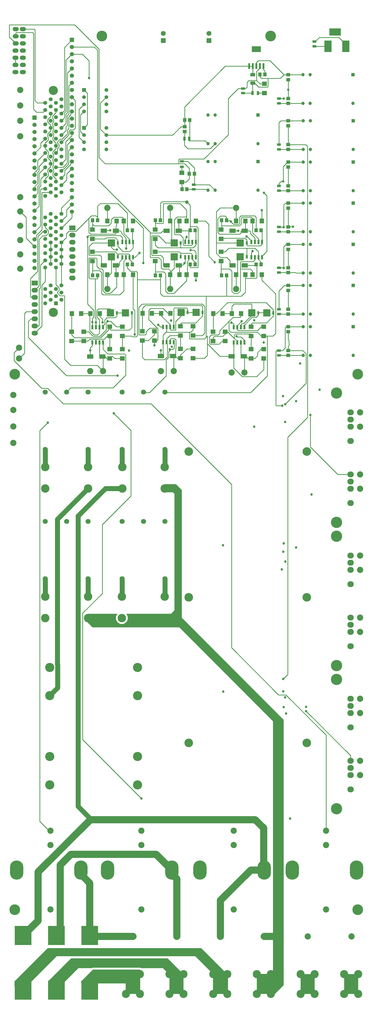
<source format=gtl>
G04*
G04 #@! TF.GenerationSoftware,Altium Limited,Altium Designer,24.4.1 (13)*
G04*
G04 Layer_Physical_Order=1*
G04 Layer_Color=255*
%FSLAX25Y25*%
%MOIN*%
G70*
G04*
G04 #@! TF.SameCoordinates,D6D0C77B-36A0-4D54-9E24-613302BCF265*
G04*
G04*
G04 #@! TF.FilePolarity,Positive*
G04*
G01*
G75*
%ADD10C,0.01000*%
%ADD16R,0.08858X0.06496*%
%ADD17R,0.06500X0.06000*%
%ADD18R,0.06000X0.06500*%
%ADD19R,0.04528X0.05709*%
%ADD20R,0.03000X0.05000*%
%ADD21R,0.10433X0.10000*%
%ADD22R,0.05709X0.04724*%
%ADD23R,0.23819X0.26772*%
%ADD24R,0.05787X0.03819*%
%ADD25R,0.05709X0.04528*%
%ADD26R,0.05512X0.03543*%
%ADD27R,0.02559X0.06004*%
%ADD28R,0.04724X0.05709*%
%ADD29R,0.03819X0.05787*%
%ADD30R,0.02559X0.07874*%
%ADD31R,0.12598X0.07874*%
%ADD32R,0.07087X0.04528*%
%ADD33R,0.03543X0.05512*%
%ADD78C,0.10000*%
%ADD79C,0.07000*%
%ADD80C,0.07087*%
%ADD81O,0.18898X0.26772*%
%ADD82C,0.08661*%
%ADD83C,0.12000*%
%ADD84O,0.09000X0.08300*%
%ADD85C,0.15748*%
%ADD86C,0.11811*%
%ADD87R,0.16000X0.10000*%
%ADD88R,0.10000X0.16000*%
%ADD89C,0.06791*%
%ADD90R,0.06791X0.06791*%
%ADD91R,0.04724X0.04724*%
%ADD92C,0.04724*%
%ADD93R,0.05248X0.05248*%
%ADD94C,0.05248*%
%ADD95C,0.11300*%
%ADD96C,0.08700*%
%ADD97C,0.14961*%
%ADD98O,0.08600X0.06000*%
%ADD99C,0.05906*%
%ADD100R,0.05906X0.05906*%
%ADD101C,0.12800*%
%ADD102O,0.09000X0.06500*%
%ADD103R,0.09000X0.06500*%
%ADD104C,0.12700*%
%ADD105C,0.05500*%
%ADD106R,0.05500X0.05500*%
%ADD107C,0.03400*%
%ADD108C,0.05000*%
G36*
X643500Y1114000D02*
Y935500D01*
X786000Y793000D01*
Y422000D01*
X773941Y409941D01*
X748489D01*
Y438000D01*
X771000D01*
Y791000D01*
X640000Y922000D01*
X518500D01*
X511500Y929000D01*
Y941000D01*
X552829D01*
X553058Y940446D01*
X552971Y940358D01*
X552051Y938982D01*
X551417Y937452D01*
X551094Y935828D01*
Y934172D01*
X551417Y932548D01*
X552051Y931019D01*
X552971Y929642D01*
X554142Y928471D01*
X555518Y927551D01*
X557048Y926917D01*
X558672Y926595D01*
X560328D01*
X561952Y926917D01*
X563482Y927551D01*
X564858Y928471D01*
X566029Y929642D01*
X566949Y931019D01*
X567583Y932548D01*
X567906Y934172D01*
Y935828D01*
X567583Y937452D01*
X566949Y938982D01*
X566029Y940358D01*
X565941Y940446D01*
X566171Y941000D01*
X628000D01*
X633000Y946000D01*
Y1108500D01*
X631000Y1110500D01*
X619000Y1110500D01*
Y1122000D01*
X635500D01*
X643500Y1114000D01*
D02*
G37*
G36*
X708000Y436511D02*
Y410000D01*
X687385D01*
X687326Y410024D01*
Y437500D01*
X662326Y462500D01*
X468000D01*
X426000Y420500D01*
X409000D01*
Y427500D01*
X455500Y474000D01*
X670511D01*
X708000Y436511D01*
D02*
G37*
G36*
X890500Y409941D02*
X870815D01*
Y437500D01*
X890500D01*
Y409941D01*
D02*
G37*
G36*
X829337D02*
X809652D01*
Y437500D01*
X829337D01*
Y409941D01*
D02*
G37*
G36*
X645848Y437500D02*
Y409941D01*
X626000D01*
Y437000D01*
X617000Y446000D01*
X586507D01*
X585976Y446355D01*
X585000Y446549D01*
X519000D01*
D01*
X519000D01*
X518806Y446510D01*
X518024Y446355D01*
X517750Y446172D01*
X517493Y446000D01*
X498500D01*
X474000Y421500D01*
X456000D01*
Y427500D01*
X488000Y459500D01*
X623848D01*
X645848Y437500D01*
D02*
G37*
G36*
X585000Y410256D02*
X584685Y409941D01*
X565000D01*
Y424500D01*
X502500D01*
X502500Y427500D01*
X519000Y444000D01*
X585000D01*
Y410256D01*
D02*
G37*
D10*
X625000Y1307100D02*
X627450Y1309550D01*
X589669Y1250000D02*
X598200D01*
X779500Y1392000D02*
X787000Y1399500D01*
X779500Y1366035D02*
Y1392000D01*
X792500Y1366193D02*
Y1392413D01*
X879748Y735657D02*
Y742752D01*
X817500Y805000D02*
X879748Y742752D01*
X713100Y893400D02*
Y1121600D01*
Y893400D02*
X778800Y827700D01*
X789275D01*
X511300Y1373700D02*
Y1467300D01*
Y1373700D02*
X520000Y1365000D01*
Y1355400D02*
Y1365000D01*
X408500Y1294500D02*
X447000Y1256000D01*
X455500D01*
X477400Y1234100D01*
X408500Y1294500D02*
Y1305500D01*
X477400Y1234100D02*
X600600D01*
X513400Y1689300D02*
Y1713100D01*
X504000Y1722500D02*
X513400Y1713100D01*
X489500Y1722500D02*
X504000D01*
X861843Y1135657D02*
X879748D01*
X823500Y1174000D02*
Y1218500D01*
Y1174000D02*
X861843Y1135657D01*
X647232Y1595068D02*
X651800Y1590500D01*
X683000D02*
X690000Y1597500D01*
X651800Y1590500D02*
X683000D01*
X527500Y1578000D02*
Y1729500D01*
X536100Y1569400D02*
X639200D01*
X527500Y1578000D02*
X536100Y1569400D01*
X525500Y1547500D02*
Y1728000D01*
X579500Y1489500D02*
X589600Y1479400D01*
X525500Y1547500D02*
X599200Y1473800D01*
Y1473000D02*
Y1473800D01*
X589600Y1431000D02*
Y1479400D01*
X575000Y1489500D02*
X579500D01*
X599200Y1439400D02*
Y1473000D01*
X567016Y1476500D02*
Y1500684D01*
X529087Y1513900D02*
X553800D01*
X567016Y1500684D01*
X758500Y1529000D02*
X762500Y1525000D01*
Y1447289D02*
Y1525000D01*
X698603Y1446500D02*
X704000D01*
X709200Y1451700D02*
X734429D01*
X704000Y1446500D02*
X709200Y1451700D01*
X734429Y1439500D02*
Y1451700D01*
X745700D01*
X742500Y1446851D02*
Y1447500D01*
X740756Y1438823D02*
Y1445107D01*
X742500Y1446851D01*
X745700Y1451700D02*
X750756Y1446644D01*
X613587Y1388189D02*
Y1407587D01*
X581250D02*
X613587D01*
Y1413421D01*
X663000Y1406500D02*
Y1414500D01*
X553929Y1454071D02*
Y1459000D01*
Y1454071D02*
X561000Y1447000D01*
X570500D01*
X553929Y1459000D02*
Y1462671D01*
X575256Y1451756D02*
Y1461900D01*
X570500Y1447000D02*
X575256Y1451756D01*
X577823Y1438823D02*
X584000Y1445000D01*
X575256Y1438823D02*
X577823D01*
X550414Y1471252D02*
X551000Y1471838D01*
Y1476000D01*
X515548Y1471252D02*
X550414D01*
X534571Y1476500D02*
X543000D01*
X534071Y1476000D02*
X534571Y1476500D01*
X528000Y1332880D02*
Y1351400D01*
X524000Y1355400D02*
X528000Y1351400D01*
X525622Y1330502D02*
X528000Y1332880D01*
X532300Y1347975D02*
Y1352400D01*
X528500Y1356200D02*
X532300Y1352400D01*
X537500Y1347803D02*
X539197Y1349500D01*
X528927Y1328502D02*
X537500Y1337075D01*
X535500Y1351300D02*
X538900Y1354700D01*
X539197Y1349500D02*
X543800D01*
X533000Y1343077D02*
X535500Y1345577D01*
X537500Y1337075D02*
Y1347803D01*
X535500Y1345577D02*
Y1351300D01*
X543800Y1349500D02*
X551300Y1342000D01*
X518000Y1341354D02*
Y1353400D01*
X519697Y1355097D02*
Y1355097D01*
X514500Y1359193D02*
X515500Y1360193D01*
X518000Y1353400D02*
X519697Y1355097D01*
Y1355097D02*
X520000Y1355400D01*
X514500Y1336600D02*
Y1359193D01*
Y1336600D02*
X520598Y1330502D01*
X533000Y1341354D02*
Y1343077D01*
X522998Y1341356D02*
Y1347931D01*
X522000Y1354572D02*
X522997Y1353575D01*
X522965Y1347965D02*
X522997Y1347997D01*
X522965Y1347965D02*
X522998Y1347931D01*
Y1341356D02*
X523000Y1341354D01*
X522997Y1347997D02*
Y1353575D01*
X522000Y1354572D02*
Y1409000D01*
X788000Y1233500D02*
X817400Y1262900D01*
Y1304093D01*
X775686Y1231500D02*
X784000D01*
X481700Y1273500D02*
X553500D01*
X428400Y1326800D02*
X481700Y1273500D01*
X791700Y856300D02*
Y1187400D01*
X785300Y849900D02*
X791700Y856300D01*
Y1187400D02*
X819600Y1215300D01*
X739970Y1462679D02*
X739977D01*
X734649Y1468000D02*
X739970Y1462679D01*
X740756Y1460177D02*
Y1461900D01*
X739977Y1462679D02*
X740756Y1461900D01*
X734000Y1468000D02*
X734649D01*
X734429Y1459000D02*
Y1463045D01*
X731975Y1465500D02*
X734429Y1463045D01*
X699503Y1465500D02*
X731975D01*
X518000Y1315500D02*
Y1320000D01*
X515000Y1312500D02*
X518000Y1315500D01*
X515000Y1309000D02*
Y1312500D01*
X512000Y1322000D02*
X514502Y1324502D01*
X511390Y1326502D02*
X529802D01*
X511388Y1326500D02*
X511390Y1326502D01*
X492975Y1326500D02*
X511388D01*
X514502Y1324502D02*
X523000D01*
X534632D01*
X523000Y1320000D02*
Y1324500D01*
X523002Y1324502D01*
X520598Y1330502D02*
X525622D01*
X519198Y1328502D02*
X528927D01*
X512700Y1335000D02*
X519198Y1328502D01*
X534632Y1324502D02*
X539130Y1329000D01*
X529802Y1326502D02*
X540700Y1337400D01*
X489000Y1330475D02*
X492975Y1326500D01*
X489000Y1330475D02*
Y1335000D01*
Y1359693D01*
X614000Y1300799D02*
Y1309000D01*
Y1300799D02*
X614035Y1300763D01*
X763000Y1329000D02*
X771200D01*
X739900Y1250000D02*
X763000Y1273100D01*
Y1329000D01*
X758000D02*
X763000D01*
X697600Y1438500D02*
X706500D01*
X710642Y1430248D02*
Y1434358D01*
X706500Y1438500D02*
X710642Y1434358D01*
X713390Y1427500D02*
X714571D01*
X710642Y1430248D02*
X713390Y1427500D01*
X764100Y1677400D02*
Y1688900D01*
X754973D02*
X764100D01*
X781400D01*
X731500Y1427500D02*
X746016D01*
X747516Y1429000D01*
X748300Y1410800D02*
Y1428216D01*
X747516Y1429000D02*
X748300Y1428216D01*
X732476Y1409700D02*
X747200D01*
X732476Y1390276D02*
Y1409700D01*
Y1414500D01*
X617000Y1300763D02*
Y1320323D01*
X614035Y1300763D02*
X617000D01*
X622000Y1320323D02*
Y1324800D01*
Y1320323D02*
X622780Y1319543D01*
Y1317455D02*
Y1319543D01*
X619070Y1296000D02*
X623000Y1299930D01*
X622780Y1317455D02*
X623000Y1317235D01*
Y1299930D02*
Y1317235D01*
X621500Y1295601D02*
X625000Y1299101D01*
Y1307100D01*
X627450Y1309550D02*
Y1309741D01*
X626305Y1310200D02*
X626800D01*
X632780Y1312254D02*
Y1319543D01*
X630725Y1310200D02*
X632780Y1312254D01*
X632000Y1320323D02*
X632780Y1319543D01*
X633600Y1325200D02*
X635200Y1323600D01*
X627450Y1309741D02*
X627909Y1310200D01*
X626800D02*
X627450Y1309550D01*
X635200Y1311846D02*
Y1323600D01*
X634894Y1311540D02*
X635200Y1311846D01*
X632000Y1300763D02*
X632146D01*
X627909Y1310200D02*
X630725D01*
X632146Y1300763D02*
X634894Y1303511D01*
Y1311540D01*
X621500Y1273300D02*
Y1295601D01*
X598200Y1250000D02*
X621500Y1273300D01*
X591200Y1296000D02*
X619070D01*
X514700Y1409000D02*
X522000D01*
X525587D01*
X581250Y1407587D02*
Y1417550D01*
Y1329600D02*
Y1407587D01*
X677499Y1365809D02*
X677618Y1365690D01*
X677499Y1365809D02*
Y1384650D01*
Y1327299D02*
Y1357671D01*
X675499Y1364981D02*
X675618Y1364861D01*
X675499Y1358500D02*
X675618Y1358619D01*
X675499Y1364981D02*
Y1370101D01*
Y1332999D02*
Y1358500D01*
X677499Y1327299D02*
X679100Y1328900D01*
X675618Y1358619D02*
Y1364861D01*
X675200Y1325000D02*
X677499Y1327299D01*
X672000Y1373600D02*
X675499Y1370101D01*
X677499Y1357671D02*
X677618Y1357790D01*
Y1365690D01*
X677499Y1384650D02*
X706087D01*
X672000Y1329500D02*
X675499Y1332999D01*
X617126Y1384650D02*
X677499D01*
X706087D02*
Y1413421D01*
Y1384650D02*
X726850D01*
X732476Y1390276D01*
X679100Y1318100D02*
Y1328900D01*
X696700Y1300500D02*
X713035D01*
X654200Y1334300D02*
X655700D01*
X617000Y1330100D02*
X621200Y1334300D01*
X758000Y1281900D02*
Y1297500D01*
X622000Y1335100D02*
Y1341677D01*
X621200Y1334300D02*
X622000Y1335100D01*
X574300Y1327800D02*
X579450D01*
X573100Y1329000D02*
X574300Y1327800D01*
X679100Y1318100D02*
X696700Y1300500D01*
X655700Y1334300D02*
X659000Y1337600D01*
Y1342500D01*
X579450Y1327800D02*
X581250Y1329600D01*
X659000Y1298000D02*
X675200D01*
X747200Y1409700D02*
X748300Y1410800D01*
X716000Y1284100D02*
Y1300500D01*
X617000Y1320323D02*
Y1330100D01*
X728000Y1272100D02*
X748200D01*
X758000Y1281900D01*
X654200Y1325000D02*
X675200D01*
Y1298000D02*
X679100Y1301900D01*
X621200Y1334300D02*
X654200D01*
X579500Y1419300D02*
X581250Y1417550D01*
X716000Y1284100D02*
X728000Y1272100D01*
X567016Y1424000D02*
X571716Y1419300D01*
X560000Y1329000D02*
X573100D01*
X679100Y1301900D02*
Y1318100D01*
X654200Y1325000D02*
Y1334300D01*
X571716Y1419300D02*
X579500D01*
X567016Y1424000D02*
Y1429000D01*
X613587Y1388189D02*
X617126Y1384650D01*
X713035Y1300500D02*
X716000D01*
Y1319823D01*
X698603Y1413818D02*
Y1422700D01*
Y1426803D01*
Y1427200D01*
X710400Y1422700D02*
X713600Y1419500D01*
X698603Y1422700D02*
X710400D01*
X698603Y1413818D02*
X699000Y1413421D01*
X698603Y1427200D02*
Y1433500D01*
X742500Y1473000D02*
X750756Y1464744D01*
X742500Y1473000D02*
Y1489500D01*
X750756Y1460177D02*
Y1464744D01*
X599200Y1473000D02*
X614200D01*
X650000Y1495200D02*
Y1504900D01*
X636800Y1495200D02*
X650000D01*
X650000Y1495200D01*
Y1489500D02*
Y1495200D01*
X639000Y1488524D02*
X639976Y1489500D01*
X639000Y1476000D02*
Y1488524D01*
X629000Y1462673D02*
Y1487226D01*
X626976Y1489250D02*
X629000Y1487226D01*
Y1462673D02*
X632673Y1459000D01*
X633071Y1471086D02*
Y1491471D01*
X633657Y1470500D02*
X640752D01*
X645000Y1466252D01*
X633071Y1471086D02*
X633657Y1470500D01*
X653256Y1460177D02*
Y1474740D01*
X655016Y1476500D01*
X662103D02*
X663256Y1475346D01*
Y1456000D02*
Y1475346D01*
X655016Y1476500D02*
Y1482000D01*
X664100D01*
X655016D02*
Y1511484D01*
X664100Y1482000D02*
X666100Y1480000D01*
Y1425186D02*
Y1480000D01*
X650000Y1516500D02*
X655016Y1511484D01*
X615900Y1516500D02*
X650000D01*
X613587Y1514187D02*
X615900Y1516500D01*
X640000Y1452300D02*
X640500D01*
X641929Y1452300D02*
Y1459000D01*
X641929Y1452300D02*
X641929Y1452300D01*
X640500Y1452300D02*
X641929D01*
X659556D01*
X663256Y1456000D01*
X682232Y1540268D02*
X690000Y1532500D01*
X511564Y1300310D02*
X511609Y1300681D01*
X511699Y1301422D01*
X514100Y1302450D02*
X514628Y1302676D01*
X551000Y1414500D02*
Y1427500D01*
X639976Y1424752D02*
X641149Y1425925D01*
X638771Y1426598D02*
X641425Y1425925D01*
X565378Y1458740D02*
X566036Y1459398D01*
X635215Y1427500D02*
X638771Y1426598D01*
X639000Y1476000D02*
X655016D01*
X706087Y1489900D02*
X710676D01*
X661043Y1540268D02*
Y1555500D01*
X653768Y1601400D02*
X676100D01*
X710676Y1489900D02*
X715826Y1484750D01*
X742520Y1668095D02*
Y1682189D01*
X643500Y1557000D02*
Y1565260D01*
X691700Y1459000D02*
X725173D01*
X691700Y1444400D02*
Y1459000D01*
Y1502700D01*
Y1444400D02*
X697600Y1438500D01*
X698503Y1464500D02*
X699503Y1465500D01*
X699000Y1482750D02*
X724250D01*
X726400Y1484900D02*
Y1493300D01*
X724250Y1482750D02*
X726400Y1484900D01*
X731500Y1476000D02*
X732476Y1476976D01*
Y1489500D01*
X755756Y1457036D02*
Y1475346D01*
X754603Y1476500D02*
X755756Y1475346D01*
X699000Y1477997D02*
Y1482750D01*
Y1490499D01*
X698503Y1477500D02*
X699000Y1477997D01*
X731500Y1476000D02*
X738500D01*
X739500Y1472256D02*
Y1475000D01*
X738500Y1476000D02*
X739500Y1475000D01*
Y1472256D02*
X745756Y1466000D01*
X565378Y1451122D02*
Y1458740D01*
X565256Y1460177D02*
X566036Y1459398D01*
X525587Y1409000D02*
Y1413421D01*
X551976Y1397200D02*
Y1414500D01*
X543426Y1388650D02*
X551976Y1397200D01*
X536450Y1388650D02*
X543426D01*
X533126Y1391974D02*
X536450Y1388650D01*
X533126Y1391974D02*
Y1420874D01*
X531300Y1422700D02*
X533126Y1420874D01*
X528000Y1422700D02*
X531300D01*
X524400Y1426300D02*
X528000Y1422700D01*
X524400Y1426300D02*
Y1436800D01*
X523200Y1438000D02*
X524400Y1436800D01*
X513353Y1438000D02*
X523200D01*
X513353Y1410347D02*
Y1438000D01*
Y1410347D02*
X514700Y1409000D01*
X551000Y1414500D02*
X551976D01*
X551000Y1427500D02*
X556056D01*
Y1432200D01*
X560256Y1436400D01*
Y1438823D01*
X518500Y1420200D02*
X518500Y1420200D01*
X518500Y1420200D02*
Y1433103D01*
X518500Y1420200D02*
X528526D01*
X518500Y1413421D02*
Y1420200D01*
X518103Y1433500D02*
X518500Y1433103D01*
X489000Y1359693D02*
X489500Y1360193D01*
X444500Y651000D02*
Y1196600D01*
X455700Y1207800D01*
X665514Y1424600D02*
X666100Y1425186D01*
X655016Y1424600D02*
Y1429000D01*
Y1424600D02*
X665514D01*
X661043Y1540268D02*
X682232D01*
X747516Y1476500D02*
Y1494984D01*
X745600Y1496900D02*
X747516Y1494984D01*
X613587Y1490499D02*
Y1514187D01*
X706087Y1490499D02*
Y1494513D01*
X704000Y1496600D02*
X706087Y1494513D01*
X697600Y1496600D02*
X704000D01*
X693700Y1492700D02*
X697600Y1496600D01*
X693700Y1473500D02*
Y1492700D01*
Y1473500D02*
X696000Y1471200D01*
X724847D01*
X726073Y1472427D01*
Y1475673D01*
X726400Y1476000D01*
X731500D01*
X706087Y1489900D02*
Y1490499D01*
X715826Y1484750D02*
X723126D01*
X723976Y1485600D01*
Y1494476D01*
X726400Y1496900D01*
X745600D01*
X661043Y1555500D02*
Y1563400D01*
X651703Y1572740D02*
X661043Y1563400D01*
X643500Y1572740D02*
X651703D01*
X745756Y1460177D02*
Y1466000D01*
X660000Y1540268D02*
X661043D01*
X655016Y1476000D02*
Y1476500D01*
X511665Y1299794D02*
X512825Y1299956D01*
X511504Y1300263D02*
X511564Y1300310D01*
X515035Y1300263D02*
Y1302455D01*
X647000Y1430500D02*
X648256Y1431756D01*
X644343Y1427843D02*
X647000Y1430500D01*
X639976Y1420976D02*
Y1424752D01*
Y1415976D02*
Y1420976D01*
X640000Y1421000D01*
X639976Y1420976D02*
X639976Y1420976D01*
X511699Y1301422D02*
X514100Y1302450D01*
X515035Y1302710D02*
Y1303199D01*
X515000Y1303613D02*
Y1309000D01*
X762106Y1361496D02*
X762362Y1361240D01*
X750874Y1361496D02*
X762106D01*
X750618Y1361240D02*
X750874Y1361496D01*
X648256Y1431756D02*
Y1438823D01*
X639000Y1427500D02*
X639343Y1427843D01*
X644343D01*
X635215Y1427500D02*
X639000D01*
X650000Y1414500D02*
X651000Y1415500D01*
Y1432944D01*
X653256Y1435200D01*
X785500Y1545000D02*
Y1565591D01*
X791910Y1572000D01*
X782300Y1544800D02*
X785300D01*
X779500Y1542000D02*
X782300Y1544800D01*
X785300D02*
X785500Y1545000D01*
X779500Y1538535D02*
Y1542000D01*
X791910Y1572000D02*
X792500D01*
X627239Y1324239D02*
X628200Y1325200D01*
X633600D01*
X627000Y1320323D02*
X627239Y1320562D01*
Y1324239D01*
X716000Y1341177D02*
Y1345800D01*
X714859Y1346941D02*
X716000Y1345800D01*
X712800Y1347400D02*
X713259Y1346941D01*
X714859D01*
X687000Y1335000D02*
X687500Y1335500D01*
Y1360193D01*
X572000Y1105500D02*
Y1197000D01*
X548000Y1221000D02*
X572000Y1197000D01*
X786000Y1512000D02*
X788232Y1514231D01*
X792232D01*
X786000Y1481000D02*
Y1512000D01*
X792232Y1514231D02*
X792500Y1514500D01*
Y1424193D02*
Y1449913D01*
X779535Y1481000D02*
X786000D01*
X779500Y1481035D02*
X779535Y1481000D01*
X792500Y1481193D02*
Y1507413D01*
Y1673000D02*
Y1686913D01*
Y1660693D02*
Y1673000D01*
X755756Y1440545D02*
X762500Y1447289D01*
X755756Y1438823D02*
Y1440545D01*
X734429Y1456000D02*
Y1459000D01*
X606500Y1418500D02*
X606600Y1418600D01*
X606500Y1413421D02*
Y1418500D01*
X606600Y1418600D02*
X618100D01*
X606500Y1418500D02*
Y1433103D01*
X606103Y1433500D02*
X606500Y1433103D01*
X639976Y1414500D02*
Y1420976D01*
X626976Y1418003D02*
X632673Y1423700D01*
Y1439500D01*
X641149Y1425925D02*
X641425D01*
X640029Y1446500D02*
X641929Y1444600D01*
X606103Y1446500D02*
X640029D01*
X641929Y1444600D02*
X641929Y1444600D01*
Y1444600D02*
X655900D01*
X641929Y1439500D02*
Y1444600D01*
X657765Y1439314D02*
Y1442735D01*
X655900Y1444600D02*
X657765Y1442735D01*
Y1439314D02*
X658256Y1438823D01*
X660500Y1449000D02*
X663256Y1446244D01*
X655956Y1449000D02*
X660500D01*
X663256Y1438823D02*
Y1446244D01*
X501500Y1637626D02*
X506374Y1642500D01*
X499500Y1606374D02*
X506374Y1599500D01*
X499500Y1645626D02*
X506374Y1652500D01*
X501500Y1614374D02*
Y1637626D01*
Y1614374D02*
X506374Y1609500D01*
X499500Y1606374D02*
Y1645626D01*
X506374Y1672500D02*
X511000Y1667874D01*
Y1624126D02*
Y1667874D01*
X506374Y1619500D02*
X511000Y1624126D01*
X529500Y1654374D02*
X537626Y1662500D01*
X493346Y1763654D02*
X527500Y1729500D01*
X529500Y1617626D02*
X537626Y1609500D01*
X521000Y1732500D02*
X525500Y1728000D01*
X529500Y1617626D02*
Y1654374D01*
X639200Y1569400D02*
X639600D01*
X617400Y1486686D02*
Y1513400D01*
X606500Y1477997D02*
Y1486100D01*
X616814Y1486100D02*
X617400Y1486686D01*
X606500Y1486100D02*
X606500Y1486100D01*
X606500Y1486100D02*
Y1490499D01*
X606500Y1486100D02*
X616814D01*
X606003Y1477500D02*
X606500Y1477997D01*
X588000Y1335500D02*
Y1360193D01*
X588500Y1360693D01*
X610500Y1344500D02*
X613323Y1341677D01*
X617000D01*
X727571Y1346293D02*
X729693D01*
X741362Y1357962D02*
Y1361240D01*
X731000Y1341177D02*
Y1344293D01*
X741447Y1354740D01*
X747358D01*
X729693Y1346293D02*
X741362Y1357962D01*
X721000Y1341177D02*
Y1343300D01*
X727200Y1349500D01*
X721000Y1337600D02*
Y1341177D01*
X605000Y1316000D02*
Y1322500D01*
X792500Y1481193D02*
X792807Y1481500D01*
X799000D01*
X789275Y827700D02*
X845480Y771494D01*
Y638000D02*
Y771494D01*
X779500Y1660535D02*
X779535Y1660500D01*
X786000D01*
Y1424000D02*
Y1453400D01*
X779500Y1424035D02*
X785965D01*
X786000Y1453400D02*
X789600Y1457000D01*
X785965Y1424035D02*
X786000Y1424000D01*
X681000Y1440500D02*
X689500Y1432000D01*
X681000Y1440500D02*
Y1484800D01*
X775100Y1232086D02*
X775686Y1231500D01*
X775100Y1232086D02*
Y1307635D01*
X415500Y1297239D02*
X423000Y1304739D01*
Y1360400D01*
X425600Y1363000D01*
X425500Y1465500D02*
X437000Y1454000D01*
X417000Y1503000D02*
X425500Y1494500D01*
Y1465500D02*
Y1494500D01*
X408500Y1305500D02*
X415500Y1312500D01*
X617400Y1513400D02*
X617900Y1513900D01*
X641000D01*
X401701Y1746599D02*
X410700Y1737600D01*
X639600Y1569400D02*
X647557D01*
X402286Y1763654D02*
X493346D01*
X401701Y1763068D02*
X402286Y1763654D01*
X401701Y1746599D02*
Y1763068D01*
X420650Y1757450D02*
X436900D01*
X437951Y1756399D01*
X408051Y1747500D02*
X410700D01*
X407093Y1748459D02*
X408051Y1747500D01*
X410751Y1752300D02*
X411401Y1752950D01*
X407093Y1748459D02*
X410110D01*
X437951Y1657549D02*
X441000Y1654500D01*
X439951Y1641600D02*
X449300D01*
X410751Y1749100D02*
Y1752300D01*
X437951Y1657549D02*
Y1756399D01*
X434601Y1752950D02*
X435951Y1751600D01*
X410110Y1748459D02*
X410751Y1749100D01*
X449300Y1641600D02*
X452200Y1644500D01*
X411401Y1752950D02*
X434601D01*
X435951Y1645600D02*
Y1751600D01*
Y1645600D02*
X439951Y1641600D01*
X640000Y1576100D02*
X674600D01*
X647557Y1569400D02*
X647957Y1569000D01*
X647457Y1630500D02*
Y1648957D01*
X737760Y1705700D02*
Y1705784D01*
X630500Y1609500D02*
X642346Y1621346D01*
X737760Y1705700D02*
X742760D01*
X647457Y1625943D02*
Y1630500D01*
X704284Y1705784D02*
X737760D01*
X742760Y1694000D02*
Y1705700D01*
X647457Y1648957D02*
X704284Y1705784D01*
X537626Y1609500D02*
X630500D01*
X647457Y1625943D02*
X647500Y1621346D01*
X742760Y1705700D02*
Y1705784D01*
X642346Y1621346D02*
X647500D01*
X489500Y1732500D02*
X521000D01*
X441000Y1654500D02*
X452200D01*
X532100Y969306D02*
Y1065600D01*
X504594Y765206D02*
X586800Y683000D01*
X504594Y765206D02*
Y941800D01*
X532100Y969306D01*
X472611Y428111D02*
X496500Y452000D01*
X467750Y413811D02*
X472611Y418672D01*
X496500Y452000D02*
X611663D01*
X472611Y418672D02*
Y428111D01*
X611663Y452000D02*
X626163Y437500D01*
X563723Y434277D02*
X565000Y433000D01*
X561494Y434277D02*
X563723D01*
X560217Y433000D02*
X561494Y434277D01*
X533689Y433000D02*
X560217D01*
X565000Y409941D02*
Y433000D01*
X514500Y413811D02*
X533689Y433000D01*
X461000Y469000D02*
X664500D01*
X421000Y413811D02*
Y429000D01*
X461000Y469000D01*
X664500D02*
X687326Y446174D01*
Y437500D02*
Y446174D01*
Y409941D02*
Y437500D01*
X748200Y1685700D02*
X752805Y1681095D01*
X747900Y1686000D02*
X748200Y1685700D01*
X647957Y1569000D02*
X648000D01*
X639200Y1569800D02*
X639600Y1569400D01*
X533000Y1300263D02*
X535800D01*
X531965D02*
X533000D01*
X528000D02*
Y1320000D01*
X545850Y1300950D02*
X549300Y1297500D01*
X533000Y1280000D02*
Y1300263D01*
X632000Y1280000D02*
Y1300763D01*
X634800D01*
X730965Y1300500D02*
X733600D01*
X729965D02*
X730965D01*
X726000D02*
Y1319823D01*
X730965Y1278000D02*
Y1300500D01*
X525587Y1494413D02*
Y1510400D01*
Y1490499D02*
Y1494413D01*
X495200Y1475200D02*
X513200Y1493200D01*
X530900Y1427500D02*
Y1440000D01*
X617600Y1427500D02*
Y1438100D01*
X626976Y1418003D02*
Y1420800D01*
X721500Y1414500D02*
Y1439500D01*
X574103Y1461900D02*
X575256D01*
X660068Y1533800D02*
X680000D01*
X659000Y1533732D02*
Y1534000D01*
X552618Y1361200D02*
X555460D01*
X552618Y1356800D02*
Y1361200D01*
X540700Y1337400D02*
Y1342000D01*
X651618Y1361700D02*
X654460D01*
X750618Y1358000D02*
Y1361200D01*
X542500Y1310500D02*
Y1329000D01*
X626700Y1329500D02*
X641400D01*
X718400Y1331900D02*
X740400D01*
X716900Y1325500D02*
X721000Y1321400D01*
X707400Y1335000D02*
X716900Y1325500D01*
X487700Y1568600D02*
Y1572500D01*
X755500Y1489500D02*
Y1504600D01*
X597000Y1352000D02*
X609000Y1340000D01*
X696400Y1336200D02*
X709600Y1349400D01*
X518500Y1484197D02*
Y1484800D01*
X725500Y1422700D02*
Y1432100D01*
Y1392000D02*
Y1422700D01*
X653957Y1548357D02*
Y1555500D01*
X649600Y1544000D02*
X653957Y1548357D01*
X643500Y1544000D02*
X649600D01*
X459700Y1615511D02*
Y1619500D01*
X455450Y1611261D02*
X459700Y1615511D01*
X455450Y1607261D02*
Y1611261D01*
Y1607261D02*
X456450Y1606261D01*
Y1602739D02*
Y1606261D01*
X452200Y1598489D02*
X456450Y1602739D01*
X452200Y1594500D02*
Y1598489D01*
X819600Y1215300D02*
Y1593800D01*
X817207Y1596193D02*
X819600Y1593800D01*
X792500Y1596193D02*
X817207D01*
X720100Y1328700D02*
X721200Y1327600D01*
X726400D01*
X731000Y1319823D02*
Y1323000D01*
X650000Y1466344D02*
Y1467300D01*
X648256Y1464600D02*
X650000Y1466344D01*
X648256Y1460177D02*
Y1464600D01*
X789600Y1457000D02*
X792500D01*
X452200Y1405000D02*
Y1424500D01*
X447500Y1400300D02*
X452200Y1405000D01*
X447500Y1343000D02*
Y1400300D01*
X437500Y1333000D02*
X447500Y1343000D01*
X425600Y1363000D02*
X437500D01*
X754200Y1310500D02*
X758000D01*
X749300Y1305600D02*
X754200Y1310500D01*
X749300Y1301200D02*
Y1305600D01*
X745600Y1297500D02*
X749300Y1301200D01*
X740400Y1297500D02*
X745600D01*
X525587Y1510400D02*
X529087Y1513900D01*
X474700Y1599500D02*
X485000Y1609800D01*
Y1614400D01*
X487600Y1617000D01*
X491800D01*
X494000Y1619200D01*
Y1658000D01*
X489500Y1662500D02*
X494000Y1658000D01*
X625076Y1422700D02*
X626976Y1420800D01*
X616000Y1422700D02*
X625076D01*
X614400Y1424300D02*
Y1435100D01*
X600000Y1438600D02*
X610900D01*
X599200Y1439400D02*
X600000Y1438600D01*
X691700Y1502700D02*
X697000Y1508000D01*
X719476D01*
X714571Y1476000D02*
X722500D01*
X532100Y1065600D02*
X572000Y1105500D01*
X550629Y1446500D02*
X553929Y1442400D01*
X518103Y1446500D02*
X550629D01*
X734429Y1456000D02*
X735549Y1454880D01*
X753600D01*
X755756Y1457036D01*
X750756Y1438823D02*
Y1446644D01*
X627000Y1341677D02*
Y1344800D01*
X614500Y1357300D02*
X627000Y1344800D01*
X614500Y1357300D02*
Y1360693D01*
X658256Y1456800D02*
Y1460177D01*
X657056Y1455600D02*
X658256Y1456800D01*
X646200Y1455600D02*
X657056D01*
X645000Y1456800D02*
X646200Y1455600D01*
X645000Y1456800D02*
Y1466252D01*
X633071Y1491471D02*
X636800Y1495200D01*
X641000Y1513900D02*
X650000Y1504900D01*
X588000Y1299200D02*
X591200Y1296000D01*
X588000Y1299200D02*
Y1322500D01*
X467200Y1564500D02*
X477200D01*
X482900Y1570200D01*
Y1595900D01*
X489500Y1602500D01*
X445800Y1548100D02*
X452200Y1554500D01*
X445800Y1538647D02*
Y1548100D01*
X443453Y1536300D02*
X445800Y1538647D01*
X443453Y1510453D02*
Y1536300D01*
X437000Y1504000D02*
X443453Y1510453D01*
Y1555753D02*
X452200Y1564500D01*
X443453Y1539547D02*
Y1555753D01*
X441453Y1537547D02*
X443453Y1539547D01*
X441453Y1528453D02*
Y1537547D01*
X437000Y1524000D02*
X441453Y1528453D01*
X551300Y1342000D02*
X560000D01*
X605000Y1322500D02*
X608800D01*
X609800Y1323500D02*
Y1339200D01*
X597000Y1352000D02*
Y1364800D01*
X599800Y1367600D01*
X617093D01*
X624000Y1360693D01*
X627500D01*
X619669Y1250000D02*
X739900D01*
X653256Y1435200D02*
Y1438823D01*
X745756Y1435256D02*
Y1438823D01*
X743500Y1433000D02*
X745756Y1435256D01*
X725500Y1422700D02*
X739200D01*
X742500Y1419400D01*
Y1414500D02*
Y1419400D01*
X713600Y1391300D02*
Y1419500D01*
Y1391300D02*
X716800Y1388100D01*
X721600D01*
X725500Y1392000D01*
Y1432100D02*
X726400Y1433000D01*
X743500D01*
X518003Y1483700D02*
X518500Y1484197D01*
X518003Y1477500D02*
Y1483700D01*
X506000Y1335000D02*
X512700D01*
X452200Y1480511D02*
Y1484500D01*
Y1480511D02*
X456450Y1476261D01*
Y1472261D02*
Y1476261D01*
X452939Y1468750D02*
X456450Y1472261D01*
X448550Y1468750D02*
X452939D01*
X443500Y1463700D02*
X448550Y1468750D01*
X443500Y1399000D02*
Y1463700D01*
X437500Y1393000D02*
X443500Y1399000D01*
X672618Y1356800D02*
Y1361740D01*
X663018Y1347200D02*
X672618Y1356800D01*
X643000Y1347200D02*
X663018D01*
X641400Y1345600D02*
X643000Y1347200D01*
X641400Y1342500D02*
Y1345600D01*
X609700Y1452300D02*
X640000D01*
X606003Y1455997D02*
X609700Y1452300D01*
X606003Y1455997D02*
Y1464500D01*
X663000Y1489500D02*
X676300D01*
X681000Y1484800D01*
X781400Y1688900D02*
X786500Y1694000D01*
X792500D01*
X600600Y1234100D02*
X713100Y1121600D01*
X575000Y1367000D02*
Y1414500D01*
Y1367000D02*
X577300Y1364700D01*
Y1331000D02*
Y1364700D01*
X726400Y1327600D02*
X731000Y1323000D01*
X467200Y1400511D02*
Y1424500D01*
Y1400511D02*
X471450Y1396261D01*
Y1392739D02*
Y1396261D01*
X469000Y1390289D02*
X471450Y1392739D01*
X469000Y1389189D02*
Y1390289D01*
Y1389189D02*
X472939Y1385250D01*
X479000D01*
X479200Y1385050D01*
Y1296400D02*
Y1385050D01*
Y1296400D02*
X487750Y1287850D01*
X525150D01*
X533000Y1280000D01*
X428400Y1326800D02*
Y1349400D01*
X432000Y1353000D01*
X437500D01*
X444500Y651000D02*
X457500Y638000D01*
X533000Y1310600D02*
Y1320000D01*
Y1310600D02*
X539600Y1304000D01*
X563200D01*
X564800Y1302400D01*
Y1274100D02*
Y1302400D01*
X547100Y1256400D02*
X564800Y1274100D01*
X487900Y1256400D02*
X547100D01*
X482000Y1250500D02*
X487900Y1256400D01*
X432500Y1383000D02*
X437500D01*
X431500Y1384000D02*
X432500Y1383000D01*
X431500Y1384000D02*
Y1409200D01*
X441500Y1419200D01*
Y1464834D01*
X441940Y1465274D01*
Y1467890D01*
X448550Y1474500D01*
X452200D01*
X437000Y1474000D02*
X445453Y1482453D01*
Y1532953D01*
X447000Y1534500D01*
X452200D01*
X448000Y1529500D02*
X459700D01*
X447453Y1528953D02*
X448000Y1529500D01*
X447453Y1477053D02*
Y1528953D01*
X439900Y1469500D02*
X447453Y1477053D01*
X439900Y1466900D02*
Y1469500D01*
X437000Y1464000D02*
X439900Y1466900D01*
X540700Y1342000D02*
X542400D01*
X539130Y1329000D02*
X542400D01*
X621000Y1459000D02*
X632673D01*
X611000Y1469000D02*
X621000Y1459000D01*
X601200Y1469000D02*
X611000D01*
X601200Y1442400D02*
Y1469000D01*
Y1442400D02*
X602101Y1441499D01*
X614201D01*
X617600Y1438100D01*
Y1427500D02*
X622071D01*
X653957Y1555500D02*
Y1563043D01*
X812800Y1308693D02*
X817400Y1304093D01*
X792500Y1308693D02*
X812800D01*
X647232Y1595068D02*
Y1604500D01*
X722600Y1674630D02*
X729260D01*
X708500Y1660530D02*
X722600Y1674630D01*
X708500Y1610000D02*
Y1660530D01*
X674600Y1576100D02*
X708500Y1610000D01*
X639200Y1575300D02*
X640000Y1576100D01*
X639200Y1569800D02*
Y1575300D01*
X648000Y1569000D02*
X653957Y1563043D01*
X437500Y1343000D02*
X442500D01*
X443500Y1344000D01*
Y1394125D01*
X445500Y1396125D01*
Y1427800D01*
X452200Y1434500D01*
X771618Y1361240D02*
Y1365500D01*
X761418Y1375700D02*
X771618Y1365500D01*
X707307Y1375700D02*
X761418D01*
X691800Y1360193D02*
X707307Y1375700D01*
X687500Y1360193D02*
X691800D01*
X775100Y1307635D02*
X776000Y1308535D01*
X779500D01*
X766940Y1713560D02*
X786500Y1694000D01*
X750400Y1713560D02*
X766940D01*
X747760Y1710920D02*
X750400Y1713560D01*
X747760Y1705784D02*
Y1710920D01*
X659000Y1329500D02*
X672000D01*
X587900Y1373600D02*
X672000D01*
X583250Y1368950D02*
X587900Y1373600D01*
X583250Y1330500D02*
Y1368950D01*
Y1330500D02*
X592000D01*
X593400Y1331900D01*
Y1335000D01*
X598400Y1340000D01*
X609000D01*
X609800Y1339200D01*
X608800Y1322500D02*
X609800Y1323500D01*
X605000Y1331000D02*
Y1335500D01*
X596500Y1322500D02*
X605000Y1331000D01*
X588000Y1322500D02*
X596500D01*
X588500Y1360693D02*
Y1368000D01*
X592000Y1371500D01*
X670918D01*
X672618Y1369800D01*
Y1361740D02*
Y1369800D01*
X700000Y1322000D02*
X704000D01*
X695500Y1317500D02*
X700000Y1322000D01*
X683100Y1317500D02*
X695500D01*
X682200Y1318400D02*
X683100Y1317500D01*
X682200Y1318400D02*
Y1328000D01*
X684700Y1330500D01*
X694400D01*
X696400Y1332500D01*
Y1336200D01*
X726500Y1356500D02*
Y1360193D01*
X754600Y1329000D02*
X758000D01*
X749300Y1334300D02*
X754600Y1329000D01*
X712000Y1334300D02*
X749300D01*
X709600Y1336700D02*
X712000Y1334300D01*
X709600Y1336700D02*
Y1349400D01*
X715000Y1354800D01*
X724800D01*
X726500Y1356500D01*
X754700Y1342000D02*
X758000D01*
X749300Y1336600D02*
X754700Y1342000D01*
X722000Y1336600D02*
X749300D01*
X721000Y1337600D02*
X722000Y1336600D01*
X704000Y1331700D02*
Y1335000D01*
X700800Y1328500D02*
X704000Y1331700D01*
X689100Y1328500D02*
X700800D01*
X687000Y1326400D02*
X689100Y1328500D01*
X687000Y1322000D02*
Y1326400D01*
X474700Y1639500D02*
X479000Y1643800D01*
Y1732000D01*
X489500Y1742500D01*
X474700Y1629500D02*
X479047Y1633847D01*
Y1640953D01*
X481047Y1642953D01*
Y1714047D01*
X489500Y1722500D01*
X474700Y1619500D02*
X481047Y1625847D01*
Y1638953D01*
X483047Y1640953D01*
Y1696047D01*
X489500Y1702500D01*
X474700Y1609500D02*
X481000Y1615800D01*
Y1621000D01*
X483047Y1623047D01*
Y1636953D01*
X485047Y1638953D01*
Y1678047D01*
X489500Y1682500D01*
Y1608915D02*
Y1612500D01*
X480900Y1600315D02*
X489500Y1608915D01*
X480900Y1575700D02*
Y1600315D01*
X474700Y1569500D02*
X480900Y1575700D01*
X467200Y1594500D02*
Y1598489D01*
X462950Y1602739D02*
X467200Y1598489D01*
X462950Y1602739D02*
Y1606261D01*
X463950Y1607261D01*
Y1611261D01*
X462950Y1612261D02*
X463950Y1611261D01*
X462950Y1612261D02*
Y1616261D01*
X463950Y1617261D01*
Y1621261D01*
X462300Y1622911D02*
X463950Y1621261D01*
X462300Y1622911D02*
Y1626089D01*
X463950Y1627739D01*
Y1631261D01*
X462300Y1632911D02*
X463950Y1631261D01*
X462300Y1632911D02*
Y1636089D01*
X467200Y1640989D01*
Y1644500D01*
Y1544500D02*
Y1548489D01*
X462950Y1552739D02*
X467200Y1548489D01*
X462950Y1552739D02*
Y1556739D01*
X463950Y1557739D01*
Y1561739D01*
X462950Y1562739D02*
X463950Y1561739D01*
X462950Y1562739D02*
Y1566739D01*
X463950Y1567739D01*
Y1571739D01*
X462950Y1572739D02*
X463950Y1571739D01*
X462950Y1572739D02*
Y1576739D01*
X463950Y1577739D01*
Y1581739D01*
X462950Y1582739D02*
X463950Y1581739D01*
X462950Y1582739D02*
Y1586261D01*
X467200Y1590511D01*
Y1594500D01*
X487800Y1640800D02*
X489500Y1642500D01*
X487800Y1637953D02*
Y1640800D01*
X485047Y1635200D02*
X487800Y1637953D01*
X485047Y1619000D02*
Y1635200D01*
X483000Y1616953D02*
X485047Y1619000D01*
X483000Y1611100D02*
Y1616953D01*
X475650Y1603750D02*
X483000Y1611100D01*
X472939Y1603750D02*
X475650D01*
X469200Y1600011D02*
X472939Y1603750D01*
X469200Y1598511D02*
Y1600011D01*
Y1598511D02*
X471450Y1596261D01*
Y1592739D02*
Y1596261D01*
X469200Y1590489D02*
X471450Y1592739D01*
X469200Y1586500D02*
Y1590489D01*
X467200Y1584500D02*
X469200Y1586500D01*
X726000Y1341177D02*
Y1344722D01*
X727571Y1346293D01*
X747358Y1354740D02*
X750618Y1358000D01*
X614400Y1424300D02*
X616000Y1422700D01*
X610900Y1438600D02*
X614400Y1435100D01*
X614200Y1473000D02*
X617200Y1476000D01*
X622071D01*
X755500Y1407000D02*
Y1414500D01*
Y1407000D02*
X774700Y1387800D01*
Y1332500D02*
Y1387800D01*
X771200Y1329000D02*
X774700Y1332500D01*
X573618Y1340800D02*
Y1361240D01*
X570118Y1337300D02*
X573618Y1340800D01*
X543800Y1337300D02*
X570118D01*
X542400Y1338700D02*
X543800Y1337300D01*
X542400Y1338700D02*
Y1342000D01*
X528500Y1356200D02*
Y1360193D01*
X524000Y1355400D02*
Y1364200D01*
X526800Y1367000D01*
X543362D01*
Y1361240D02*
Y1367000D01*
X538900Y1354700D02*
X550518D01*
X552618Y1356800D01*
X618100Y1418600D02*
X620800Y1415900D01*
Y1391500D02*
Y1415900D01*
Y1391500D02*
X624000Y1388300D01*
X632200D01*
X650000Y1406100D01*
Y1414500D01*
X742500Y1489500D02*
Y1493200D01*
X740800Y1494900D02*
X742500Y1493200D01*
X728000Y1494900D02*
X740800D01*
X726400Y1493300D02*
X728000Y1494900D01*
X771618Y1356718D02*
Y1361240D01*
X762100Y1347200D02*
X771618Y1356718D01*
X742000Y1347200D02*
X762100D01*
X740400Y1345600D02*
X742000Y1347200D01*
X740400Y1342000D02*
Y1345600D01*
X627000Y1338100D02*
Y1341677D01*
Y1338100D02*
X628000Y1337100D01*
X634800D01*
Y1349238D01*
X642362Y1356800D01*
Y1361740D01*
X632000Y1341677D02*
Y1367500D01*
X632800Y1368300D01*
X649718D01*
X651618Y1366400D01*
Y1361740D02*
Y1366400D01*
X547873Y1449600D02*
X552400D01*
X544673Y1452800D02*
X547873Y1449600D01*
X544673Y1452800D02*
Y1459000D01*
X528526Y1420200D02*
X531126Y1417600D01*
Y1388325D02*
Y1417600D01*
Y1388325D02*
X532801Y1386650D01*
X556650D01*
X562000Y1392000D01*
Y1414500D01*
X518400Y1459000D02*
X544673D01*
X513353Y1453953D02*
X518400Y1459000D01*
X513353Y1442000D02*
Y1453953D01*
Y1442000D02*
X528900D01*
X530900Y1440000D01*
Y1427500D02*
X534071D01*
X518003Y1464500D02*
X536300D01*
X538000Y1466200D01*
X550400D01*
X553929Y1462671D01*
X511353Y1467405D02*
X513200Y1469252D01*
X557505D01*
X560256Y1466500D01*
Y1460177D02*
Y1466500D01*
X538976Y1414500D02*
X542400D01*
X544673Y1416773D01*
Y1439500D01*
X474700Y1459500D02*
X481800Y1466600D01*
Y1472000D01*
X485000Y1475200D01*
X495200D01*
X523200Y1496800D02*
X525587Y1494413D01*
X516800Y1496800D02*
X523200D01*
X513200Y1493200D02*
X516800Y1496800D01*
X513200Y1473600D02*
Y1493200D01*
Y1473600D02*
X515548Y1471252D01*
X719476Y1414500D02*
X721500D01*
Y1439500D02*
X725173D01*
X626976Y1414500D02*
Y1418003D01*
X562000Y1414500D02*
Y1433244D01*
X565256Y1436500D01*
Y1438823D01*
X553929Y1439500D02*
Y1442400D01*
X554958Y1443429D01*
X569227D01*
X570256Y1442400D01*
Y1438823D02*
Y1442400D01*
X721000Y1319823D02*
Y1321400D01*
X704000Y1335000D02*
X707400D01*
X542400Y1329000D02*
X542500D01*
X570256Y1460177D02*
Y1463844D01*
X562000Y1472100D02*
X570256Y1463844D01*
X562000Y1472100D02*
Y1489500D01*
X565256Y1460177D02*
Y1465800D01*
X559000Y1472056D02*
X565256Y1465800D01*
X559000Y1472056D02*
Y1473800D01*
X556800Y1476000D02*
X559000Y1473800D01*
X551000Y1476000D02*
X556800D01*
X752673Y1691200D02*
Y1694095D01*
Y1691200D02*
X754973Y1688900D01*
X763200Y1676500D02*
X764100Y1677400D01*
X751189Y1676500D02*
X763200D01*
X745500Y1682189D02*
X751189Y1676500D01*
X742760Y1682189D02*
X745500D01*
X549300Y1297500D02*
X560000D01*
X542400D02*
X545850Y1300950D01*
X528000Y1300263D02*
X531965D01*
X740400Y1329000D02*
Y1331900D01*
X716900Y1330400D02*
X718400Y1331900D01*
X716900Y1325500D02*
Y1330400D01*
X641400Y1298000D02*
Y1302100D01*
X650300Y1311000D01*
X659000D01*
X443453Y1565753D02*
X452200Y1574500D01*
X443453Y1559547D02*
Y1565753D01*
X441453Y1557547D02*
X443453Y1559547D01*
X441453Y1541753D02*
Y1557547D01*
X437000Y1537300D02*
X441453Y1541753D01*
X437000Y1534000D02*
Y1537300D01*
X789300Y1342000D02*
X792500D01*
X788100Y1340800D02*
X789300Y1342000D01*
X788100Y1312042D02*
Y1340800D01*
X784594Y1308535D02*
X788100Y1312042D01*
X779500Y1308535D02*
X784594D01*
X758673Y583000D02*
Y585835D01*
X758122Y586386D02*
X758673Y585835D01*
X437000Y1584000D02*
X445800Y1592800D01*
Y1598100D01*
X452200Y1604500D01*
X474700Y1559500D02*
X477515Y1562315D01*
X478262D01*
X484900Y1568953D01*
Y1587900D01*
X489500Y1592500D01*
X487700Y1572500D02*
X489500D01*
X479400Y1560300D02*
X487700Y1568600D01*
X479400Y1554200D02*
Y1560300D01*
X474700Y1549500D02*
X479400Y1554200D01*
X474700Y1539500D02*
X482100Y1546900D01*
Y1555100D01*
X489500Y1562500D01*
X474700Y1499500D02*
Y1507700D01*
X489500Y1522500D01*
Y1494300D02*
Y1502500D01*
X474700Y1479500D02*
X489500Y1494300D01*
X474700Y1489500D02*
X482100Y1496900D01*
Y1505100D01*
X489500Y1512500D01*
X750618Y1361200D02*
Y1361240D01*
X651618Y1361700D02*
Y1361740D01*
X654460Y1361700D02*
X654500Y1361740D01*
X663362D01*
X437000Y1554000D02*
Y1557147D01*
X441453Y1561600D01*
Y1573753D01*
X452200Y1584500D01*
X622000Y1324800D02*
X626700Y1329500D01*
X779500Y1596035D02*
Y1626800D01*
X782200Y1629500D01*
X792500D01*
X787000Y1399500D02*
X792500D01*
X452200Y1544500D02*
Y1548489D01*
X456450Y1552739D01*
Y1556739D01*
X455450Y1557739D02*
X456450Y1556739D01*
X455450Y1557739D02*
Y1561261D01*
X459700Y1565511D01*
Y1569500D01*
Y1573489D01*
X455450Y1577739D02*
X459700Y1573489D01*
X455450Y1577739D02*
Y1581261D01*
X456450Y1582261D01*
Y1586261D01*
X452200Y1590511D02*
X456450Y1586261D01*
X452200Y1590511D02*
Y1594500D01*
X653768Y1601400D02*
Y1604500D01*
X676100Y1601400D02*
X680000Y1597500D01*
X729260Y1674630D02*
X732800D01*
X734700Y1676530D01*
Y1683200D01*
X737500Y1686000D01*
X747900D01*
X752805Y1681095D02*
X759260D01*
X752760Y1703160D02*
Y1705784D01*
X748200Y1698600D02*
X752760Y1703160D01*
X748200Y1685700D02*
Y1698600D01*
X726000Y1300500D02*
X729965D01*
X506000Y1322000D02*
X512000D01*
X574103Y1461900D02*
Y1476500D01*
X659000Y1533732D02*
X660000D01*
X650346Y1534000D02*
X659000D01*
X680000Y1532500D02*
Y1533800D01*
X660000Y1533732D02*
X660068Y1533800D01*
X741362Y1361240D02*
Y1372800D01*
X740662Y1373500D02*
X741362Y1372800D01*
X716800Y1373500D02*
X740662D01*
X713500Y1370200D02*
X716800Y1373500D01*
X713500Y1360193D02*
Y1370200D01*
X654543Y1605276D02*
Y1630500D01*
X653768Y1604500D02*
X654543Y1605276D01*
X562000Y1489500D02*
Y1492900D01*
X560000Y1494900D02*
X562000Y1492900D01*
X548000Y1494900D02*
X560000D01*
X544300Y1491200D02*
X548000Y1494900D01*
X544300Y1486400D02*
Y1491200D01*
X540800Y1482900D02*
X544300Y1486400D01*
X520400Y1482900D02*
X540800D01*
X518500Y1484800D02*
X520400Y1482900D01*
X518500Y1484800D02*
Y1490499D01*
X742520Y1682189D02*
X742760D01*
X459700Y1635511D02*
Y1639500D01*
X455450Y1631261D02*
X459700Y1635511D01*
X455450Y1627739D02*
Y1631261D01*
Y1627739D02*
X459700Y1623489D01*
Y1619500D02*
Y1623489D01*
X474700Y1399500D02*
Y1429500D01*
X792500Y1596193D02*
Y1622413D01*
Y1538693D02*
Y1564913D01*
Y1323700D02*
Y1334913D01*
Y1323700D02*
X793600Y1322600D01*
Y1315400D02*
Y1322600D01*
X792500Y1314300D02*
X793600Y1315400D01*
X792500Y1308693D02*
Y1314300D01*
X538976Y1394500D02*
Y1414500D01*
X719476Y1402924D02*
Y1414500D01*
Y1402924D02*
X719500Y1402900D01*
Y1394524D02*
Y1402900D01*
X719476Y1394500D02*
X719500Y1394524D01*
X626976Y1402924D02*
Y1414500D01*
Y1402924D02*
X627000Y1402900D01*
Y1394524D02*
Y1402900D01*
X626976Y1394500D02*
X627000Y1394524D01*
X740400Y1310500D02*
X740400D01*
X740400D02*
Y1329000D01*
X740400D01*
X641400Y1311000D02*
X641400D01*
X641400D02*
Y1329500D01*
X641400D01*
X552618Y1361200D02*
Y1361240D01*
X555460Y1361200D02*
X555500Y1361240D01*
X564362D01*
X410500Y1707500D02*
Y1717500D01*
X459700Y1449500D02*
Y1459500D01*
X474700Y1449500D02*
Y1459500D01*
X459700Y1439500D02*
Y1449500D01*
X474700Y1439500D02*
Y1449500D01*
X459700Y1429500D02*
Y1439500D01*
X474700Y1429500D02*
Y1439500D01*
X643500Y1539054D02*
Y1544000D01*
Y1539054D02*
X643654Y1538900D01*
Y1534000D02*
Y1538900D01*
X792500Y1342000D02*
X813500D01*
X792500Y1399500D02*
X813500D01*
X792500Y1457000D02*
X813500D01*
X792500Y1514500D02*
X813500D01*
X792500Y1572000D02*
X813500D01*
X792500Y1629500D02*
X813500D01*
X538563Y1297500D02*
X542400D01*
X535800Y1300263D02*
X538563Y1297500D01*
X637563Y1298000D02*
X641400D01*
X634800Y1300763D02*
X637563Y1298000D01*
X736600Y1297500D02*
X740400D01*
X733600Y1300500D02*
X736600Y1297500D01*
X792500Y1694000D02*
X813000D01*
X729260Y1668095D02*
X742520D01*
X551976Y1483176D02*
Y1489500D01*
X551000Y1482200D02*
X551976Y1483176D01*
X551000Y1476000D02*
Y1482200D01*
X560000Y1310500D02*
Y1329000D01*
X538976Y1489500D02*
Y1508000D01*
X626976Y1489500D02*
Y1508000D01*
X719476Y1489500D02*
Y1508000D01*
X570256Y1435746D02*
Y1438823D01*
Y1435746D02*
X574103Y1431900D01*
Y1429000D02*
Y1431900D01*
X658256Y1435746D02*
Y1438823D01*
Y1435746D02*
X662103Y1431900D01*
Y1429000D02*
Y1431900D01*
X750756Y1435746D02*
Y1438823D01*
Y1435746D02*
X754603Y1431900D01*
Y1429000D02*
Y1431900D01*
X792500Y1654000D02*
X813000D01*
X779500D02*
X792500D01*
X647500Y1609668D02*
Y1614654D01*
X647232Y1609400D02*
X647500Y1609668D01*
X647232Y1604500D02*
Y1609400D01*
X792500Y1302000D02*
X813500D01*
X779500D02*
X792500D01*
Y1359500D02*
X813500D01*
X779500D02*
X792500D01*
X803200Y1417000D02*
X813500D01*
X802700Y1417500D02*
X803200Y1417000D01*
X792500Y1417500D02*
X802700D01*
X779500D02*
X792500D01*
Y1474500D02*
X813500D01*
X779500D02*
X792500D01*
Y1532000D02*
X813500D01*
X779500D02*
X792500D01*
Y1589500D02*
X813500D01*
X779500D02*
X792500D01*
X757760Y1700900D02*
Y1705784D01*
Y1700900D02*
X759760Y1698900D01*
Y1694095D02*
Y1698900D01*
X502500Y1360193D02*
X515500D01*
X601500Y1360693D02*
X614500D01*
X700500Y1360193D02*
X713500D01*
X489000Y1322000D02*
X506000D01*
X750000Y1668095D02*
X759260D01*
X778689Y490189D02*
X779000Y490500D01*
X831445Y1741445D02*
X836000Y1746000D01*
X829000Y1740035D02*
X830409Y1741445D01*
X836000Y1746000D02*
X863500D01*
X830409Y1741445D02*
X831445D01*
X863500Y1746000D02*
X868500Y1741000D01*
X873000Y1736500D01*
Y1733500D02*
Y1736500D01*
X829000Y1733500D02*
X848000D01*
D16*
X534071Y1427500D02*
D03*
X551000D02*
D03*
X534071Y1476000D02*
D03*
X551000D02*
D03*
X622071Y1427500D02*
D03*
X639000D02*
D03*
X515035Y1300263D02*
D03*
X531965D02*
D03*
X622071Y1476000D02*
D03*
X639000D02*
D03*
X614035Y1300763D02*
D03*
X630965D02*
D03*
X714571Y1427500D02*
D03*
X731500D02*
D03*
X713035Y1300500D02*
D03*
X729965D02*
D03*
X714571Y1476000D02*
D03*
X731500D02*
D03*
D17*
X518003Y1464500D02*
D03*
Y1477500D02*
D03*
X518103Y1433500D02*
D03*
Y1446500D02*
D03*
X606003Y1464500D02*
D03*
Y1477500D02*
D03*
X489000Y1335000D02*
D03*
Y1322000D02*
D03*
X542400Y1297500D02*
D03*
Y1310500D02*
D03*
X606103Y1433500D02*
D03*
Y1446500D02*
D03*
X542400Y1342000D02*
D03*
Y1329000D02*
D03*
X560000Y1342000D02*
D03*
Y1329000D02*
D03*
Y1297500D02*
D03*
Y1310500D02*
D03*
X506000Y1322000D02*
D03*
Y1335000D02*
D03*
X588000Y1322500D02*
D03*
Y1335500D02*
D03*
X641400Y1311000D02*
D03*
Y1298000D02*
D03*
X698503Y1464500D02*
D03*
Y1477500D02*
D03*
X641400Y1329500D02*
D03*
Y1342500D02*
D03*
X659000D02*
D03*
Y1329500D02*
D03*
Y1298000D02*
D03*
Y1311000D02*
D03*
X605000Y1322500D02*
D03*
Y1335500D02*
D03*
X687000Y1335000D02*
D03*
Y1322000D02*
D03*
X740400Y1297500D02*
D03*
Y1310500D02*
D03*
X698603Y1433500D02*
D03*
Y1446500D02*
D03*
X740400Y1342000D02*
D03*
Y1329000D02*
D03*
X758000D02*
D03*
Y1342000D02*
D03*
Y1310500D02*
D03*
Y1297500D02*
D03*
X704000Y1335000D02*
D03*
Y1322000D02*
D03*
X643500Y1557000D02*
D03*
Y1544000D02*
D03*
X759260Y1681095D02*
D03*
Y1668095D02*
D03*
D18*
X575000Y1489500D02*
D03*
X562000D02*
D03*
X538976D02*
D03*
X551976D02*
D03*
X562000Y1414500D02*
D03*
X575000D02*
D03*
X551976D02*
D03*
X538976D02*
D03*
X663000Y1489500D02*
D03*
X650000D02*
D03*
X626976D02*
D03*
X639976D02*
D03*
X489500Y1360193D02*
D03*
X502500D02*
D03*
X515500D02*
D03*
X528500D02*
D03*
X650000Y1414500D02*
D03*
X663000D02*
D03*
X639976D02*
D03*
X626976D02*
D03*
X601500Y1360693D02*
D03*
X588500D02*
D03*
X627500D02*
D03*
X614500D02*
D03*
X755500Y1489500D02*
D03*
X742500D02*
D03*
X719476D02*
D03*
X732476D02*
D03*
X687500Y1360193D02*
D03*
X700500D02*
D03*
X713500D02*
D03*
X726500D02*
D03*
X742500Y1414500D02*
D03*
X755500D02*
D03*
X732476D02*
D03*
X719476D02*
D03*
D19*
X699000Y1413421D02*
D03*
X706087D02*
D03*
X699000Y1490499D02*
D03*
X706087D02*
D03*
X606500D02*
D03*
X613587D02*
D03*
X747516Y1476500D02*
D03*
X754603D02*
D03*
X574103D02*
D03*
X567016D02*
D03*
X518500Y1413421D02*
D03*
X525587D02*
D03*
X655016Y1476500D02*
D03*
X662103D02*
D03*
X606500Y1413421D02*
D03*
X613587D02*
D03*
X518500Y1490499D02*
D03*
X525587D02*
D03*
X747516Y1429000D02*
D03*
X754603D02*
D03*
X574103D02*
D03*
X567016D02*
D03*
X655016D02*
D03*
X662103D02*
D03*
X653957Y1555500D02*
D03*
X661043D02*
D03*
X647457Y1630500D02*
D03*
X654543D02*
D03*
X759760Y1694095D02*
D03*
X752673D02*
D03*
D20*
X734429Y1459000D02*
D03*
X641929D02*
D03*
Y1439500D02*
D03*
X734429D02*
D03*
X750618Y1361240D02*
D03*
X771618D02*
D03*
X553929Y1459000D02*
D03*
X552618Y1361240D02*
D03*
X651618Y1361740D02*
D03*
X573618Y1361240D02*
D03*
X672618Y1361740D02*
D03*
X553929Y1439500D02*
D03*
D21*
X725173Y1459000D02*
D03*
X632673D02*
D03*
Y1439500D02*
D03*
X725173D02*
D03*
X741362Y1361240D02*
D03*
X762362D02*
D03*
X544673Y1459000D02*
D03*
X543362Y1361240D02*
D03*
X642362Y1361740D02*
D03*
X564362Y1361240D02*
D03*
X663362Y1361740D02*
D03*
X544673Y1439500D02*
D03*
D22*
X792500Y1481193D02*
D03*
Y1474500D02*
D03*
Y1538693D02*
D03*
Y1532000D02*
D03*
Y1366193D02*
D03*
Y1359500D02*
D03*
Y1424193D02*
D03*
Y1417500D02*
D03*
Y1308693D02*
D03*
Y1302000D02*
D03*
Y1589500D02*
D03*
Y1596193D02*
D03*
Y1660693D02*
D03*
Y1654000D02*
D03*
X647500Y1621346D02*
D03*
Y1614654D02*
D03*
D23*
X467750Y491689D02*
D03*
Y415311D02*
D03*
X421000Y491689D02*
D03*
Y415311D02*
D03*
X514500Y491689D02*
D03*
Y415311D02*
D03*
D24*
X779500Y1302000D02*
D03*
Y1308535D02*
D03*
Y1589500D02*
D03*
Y1596035D02*
D03*
Y1532000D02*
D03*
Y1538535D02*
D03*
X829000Y1740035D02*
D03*
Y1733500D02*
D03*
X779500Y1359500D02*
D03*
Y1366035D02*
D03*
X660000Y1533732D02*
D03*
Y1540268D02*
D03*
X779500Y1417500D02*
D03*
Y1424035D02*
D03*
Y1474500D02*
D03*
Y1481035D02*
D03*
Y1654000D02*
D03*
Y1660535D02*
D03*
X729260Y1668095D02*
D03*
Y1674630D02*
D03*
D25*
X792500Y1399500D02*
D03*
Y1392413D02*
D03*
Y1572000D02*
D03*
Y1564913D02*
D03*
Y1457000D02*
D03*
Y1449913D02*
D03*
Y1342000D02*
D03*
Y1334913D02*
D03*
Y1694000D02*
D03*
Y1686913D02*
D03*
Y1507413D02*
D03*
Y1514500D02*
D03*
Y1622413D02*
D03*
Y1629500D02*
D03*
D26*
X643500Y1565260D02*
D03*
Y1572740D02*
D03*
D27*
X663256Y1460177D02*
D03*
X658256D02*
D03*
X653256D02*
D03*
X648256D02*
D03*
Y1438823D02*
D03*
X653256D02*
D03*
X658256D02*
D03*
X663256D02*
D03*
X755756D02*
D03*
X750756D02*
D03*
X745756D02*
D03*
X740756D02*
D03*
Y1460177D02*
D03*
X745756D02*
D03*
X750756D02*
D03*
X755756D02*
D03*
X575256D02*
D03*
X570256D02*
D03*
X565256D02*
D03*
X560256D02*
D03*
Y1438823D02*
D03*
X565256D02*
D03*
X570256D02*
D03*
X575256D02*
D03*
X533000Y1320000D02*
D03*
X528000D02*
D03*
X523000D02*
D03*
X518000D02*
D03*
Y1341354D02*
D03*
X523000D02*
D03*
X528000D02*
D03*
X533000D02*
D03*
X632000Y1341677D02*
D03*
X627000D02*
D03*
X622000D02*
D03*
X617000D02*
D03*
Y1320323D02*
D03*
X622000D02*
D03*
X627000D02*
D03*
X632000D02*
D03*
X731000Y1341177D02*
D03*
X726000D02*
D03*
X721000D02*
D03*
X716000D02*
D03*
Y1319823D02*
D03*
X721000D02*
D03*
X726000D02*
D03*
X731000D02*
D03*
D28*
X650346Y1534000D02*
D03*
X643654D02*
D03*
D29*
X653768Y1604500D02*
D03*
X647232D02*
D03*
D30*
X737760Y1705784D02*
D03*
X742760D02*
D03*
X747760D02*
D03*
X752760D02*
D03*
X757760D02*
D03*
D31*
X747760Y1729406D02*
D03*
D32*
X742760Y1682189D02*
D03*
Y1694000D02*
D03*
D33*
X742520Y1668095D02*
D03*
X750000D02*
D03*
D78*
X515331Y653331D02*
X691208D01*
X746284D01*
X697510Y540510D02*
X740000Y583000D01*
X697510Y490189D02*
Y540510D01*
X740000Y583000D02*
X758673D01*
Y490189D02*
X778689D01*
X629346Y577581D02*
Y583000D01*
X636347Y490189D02*
Y570580D01*
X629346Y577581D02*
X636347Y570580D01*
X514500Y490189D02*
X575184D01*
X473000Y590000D02*
X488000Y605000D01*
X607346D02*
X629346Y583000D01*
X488000Y605000D02*
X607346D01*
X473000Y495439D02*
Y590000D01*
X442169Y580169D02*
X515331Y653331D01*
X442169Y512169D02*
Y580169D01*
X421000Y491665D02*
X427909Y498575D01*
X428575D01*
X421000Y490189D02*
Y491665D01*
X428575Y498575D02*
X442169Y512169D01*
X758000Y587610D02*
X758122Y587488D01*
X758000Y587610D02*
Y641615D01*
X758122Y586386D02*
Y587488D01*
X746284Y653331D02*
X758000Y641615D01*
X500020Y579063D02*
X514500Y564583D01*
Y490189D02*
Y564583D01*
X500020Y579063D02*
Y583000D01*
X467750Y490189D02*
X473000Y495439D01*
D79*
X498000Y672000D02*
X516669Y653331D01*
X498000Y672000D02*
Y1077589D01*
X536411Y1116000D01*
X560000D01*
X458500Y826500D02*
X469400Y837400D01*
Y870415D01*
X469000Y870815D02*
X469400Y870415D01*
X469000Y870815D02*
Y1073000D01*
X512000Y1116000D01*
X619669Y1146169D02*
Y1170000D01*
X559669Y1146331D02*
Y1170000D01*
X512000Y1146000D02*
Y1170500D01*
X452000Y1146000D02*
Y1170500D01*
X619669Y965169D02*
Y990000D01*
X559669Y965169D02*
Y990000D01*
X452000Y965000D02*
Y990000D01*
X512000Y965000D02*
Y990000D01*
D80*
X619669Y1170500D02*
D03*
Y1250500D02*
D03*
X589669D02*
D03*
X559669D02*
D03*
Y1170500D02*
D03*
X619669Y990000D02*
D03*
Y1070000D02*
D03*
X589669D02*
D03*
X559669D02*
D03*
Y990000D02*
D03*
X512000D02*
D03*
Y1070000D02*
D03*
X482000D02*
D03*
X452000D02*
D03*
Y990000D02*
D03*
X512000Y1170500D02*
D03*
Y1250500D02*
D03*
X482000D02*
D03*
X452000D02*
D03*
Y1170500D02*
D03*
D81*
X412000Y583000D02*
D03*
X502000D02*
D03*
X668673D02*
D03*
X758673D02*
D03*
X539346D02*
D03*
X629346D02*
D03*
X888000D02*
D03*
X798000D02*
D03*
D82*
X459480Y528000D02*
D03*
Y638000D02*
D03*
Y618000D02*
D03*
X716154Y528000D02*
D03*
Y638000D02*
D03*
Y618000D02*
D03*
X586827Y528000D02*
D03*
Y638000D02*
D03*
Y618000D02*
D03*
X845480D02*
D03*
Y638000D02*
D03*
Y528000D02*
D03*
D83*
X818500Y964000D02*
D03*
X653146D02*
D03*
X818500Y1167500D02*
D03*
X653146D02*
D03*
X818500Y760500D02*
D03*
X653146D02*
D03*
D84*
X879748Y1212193D02*
D03*
Y1222193D02*
D03*
Y1182193D02*
D03*
Y1202193D02*
D03*
Y1125657D02*
D03*
Y1135658D02*
D03*
Y1095658D02*
D03*
Y1115658D02*
D03*
Y915658D02*
D03*
Y895658D02*
D03*
Y935658D02*
D03*
Y925657D02*
D03*
Y1002193D02*
D03*
Y982193D02*
D03*
Y1022193D02*
D03*
Y1012193D02*
D03*
Y812193D02*
D03*
Y822193D02*
D03*
Y782193D02*
D03*
Y802193D02*
D03*
Y725658D02*
D03*
Y735658D02*
D03*
Y695657D02*
D03*
Y715658D02*
D03*
D85*
X860000Y1068500D02*
D03*
Y1249350D02*
D03*
Y1049350D02*
D03*
Y868500D02*
D03*
Y668500D02*
D03*
Y849350D02*
D03*
D86*
X560000Y1116000D02*
D03*
Y1146000D02*
D03*
X559500Y935000D02*
D03*
Y965000D02*
D03*
X452000Y935000D02*
D03*
Y965000D02*
D03*
X512000Y935000D02*
D03*
Y965000D02*
D03*
X619500Y935000D02*
D03*
Y965000D02*
D03*
X512000Y1146000D02*
D03*
Y1116000D02*
D03*
X619500Y1146000D02*
D03*
Y1116000D02*
D03*
X452000Y1146000D02*
D03*
Y1116000D02*
D03*
D87*
X858000Y1753500D02*
D03*
D88*
X873000Y1733500D02*
D03*
X848000D02*
D03*
D89*
X617500Y1751500D02*
D03*
X681500D02*
D03*
D90*
X617500Y1741500D02*
D03*
X681500D02*
D03*
D91*
X750000Y1572500D02*
D03*
X883000Y1694000D02*
D03*
X883500Y1629500D02*
D03*
Y1399500D02*
D03*
Y1514500D02*
D03*
Y1572000D02*
D03*
Y1342000D02*
D03*
X750000Y1637500D02*
D03*
X883500Y1457000D02*
D03*
D92*
X690000Y1572500D02*
D03*
X680000D02*
D03*
Y1532500D02*
D03*
X690000D02*
D03*
X750000D02*
D03*
X823000Y1694000D02*
D03*
X813000D02*
D03*
Y1654000D02*
D03*
X823000D02*
D03*
X883000D02*
D03*
X823500Y1629500D02*
D03*
X813500D02*
D03*
Y1589500D02*
D03*
X823500D02*
D03*
X883500D02*
D03*
X823500Y1399500D02*
D03*
X813500D02*
D03*
Y1359500D02*
D03*
X823500D02*
D03*
X883500D02*
D03*
X823500Y1514500D02*
D03*
X813500D02*
D03*
Y1474500D02*
D03*
X823500D02*
D03*
X883500D02*
D03*
X823500Y1572000D02*
D03*
X813500D02*
D03*
Y1532000D02*
D03*
X823500D02*
D03*
X883500D02*
D03*
X823500Y1342000D02*
D03*
X813500D02*
D03*
Y1302000D02*
D03*
X823500D02*
D03*
X883500D02*
D03*
X690000Y1637500D02*
D03*
X680000D02*
D03*
Y1597500D02*
D03*
X690000D02*
D03*
X750000D02*
D03*
X823500Y1457000D02*
D03*
X813500D02*
D03*
Y1417000D02*
D03*
X823500D02*
D03*
X883500D02*
D03*
D93*
X506374Y1619500D02*
D03*
Y1672500D02*
D03*
D94*
Y1609500D02*
D03*
Y1599500D02*
D03*
Y1589500D02*
D03*
X537626D02*
D03*
Y1599500D02*
D03*
Y1609500D02*
D03*
Y1619500D02*
D03*
Y1672500D02*
D03*
Y1662500D02*
D03*
Y1652500D02*
D03*
Y1642500D02*
D03*
X506374D02*
D03*
Y1652500D02*
D03*
Y1662500D02*
D03*
D95*
X809652Y437500D02*
D03*
X829337D02*
D03*
X809652Y409941D02*
D03*
X829337D02*
D03*
X687326Y437500D02*
D03*
X707011D02*
D03*
X687326Y409941D02*
D03*
X707011D02*
D03*
X565000Y437500D02*
D03*
X584685D02*
D03*
X565000Y409941D02*
D03*
X584685D02*
D03*
X890500D02*
D03*
X870815D02*
D03*
X890500Y437500D02*
D03*
X870815D02*
D03*
X645848Y409941D02*
D03*
X626163D02*
D03*
X645848Y437500D02*
D03*
X626163D02*
D03*
X748489D02*
D03*
X768174D02*
D03*
X748489Y409941D02*
D03*
X768174D02*
D03*
D96*
X417000Y1423000D02*
D03*
Y1443000D02*
D03*
Y1463000D02*
D03*
Y1483000D02*
D03*
Y1503000D02*
D03*
Y1523000D02*
D03*
X415500Y1297500D02*
D03*
Y1312500D02*
D03*
X893000Y1022193D02*
D03*
Y1002193D02*
D03*
Y735657D02*
D03*
Y915657D02*
D03*
Y715657D02*
D03*
Y802193D02*
D03*
Y935657D02*
D03*
Y822193D02*
D03*
Y1135657D02*
D03*
Y1222193D02*
D03*
Y1202193D02*
D03*
Y1115657D02*
D03*
X417036Y1608000D02*
D03*
X626976Y1394500D02*
D03*
X417036Y1672500D02*
D03*
X880999Y490189D02*
D03*
X417036Y1651000D02*
D03*
Y1629500D02*
D03*
X614035Y1280000D02*
D03*
X713035Y1278000D02*
D03*
X515035Y1280000D02*
D03*
X626976Y1508000D02*
D03*
X538976Y1508000D02*
D03*
Y1394500D02*
D03*
X719476Y1508000D02*
D03*
Y1394500D02*
D03*
X632000Y1280000D02*
D03*
X533000D02*
D03*
X819836Y490189D02*
D03*
X758673D02*
D03*
X575184D02*
D03*
X697510D02*
D03*
X636347D02*
D03*
X730965Y1278000D02*
D03*
X407500Y1179500D02*
D03*
Y1202500D02*
D03*
Y1225500D02*
D03*
Y1246500D02*
D03*
D97*
X409449Y527559D02*
D03*
X889764D02*
D03*
X409449Y1275591D02*
D03*
X767717Y1748031D02*
D03*
X531496D02*
D03*
X889764Y1275591D02*
D03*
D98*
X410500Y1697500D02*
D03*
X420650Y1697450D02*
D03*
Y1727450D02*
D03*
Y1717450D02*
D03*
X410500Y1707500D02*
D03*
X420650Y1707450D02*
D03*
Y1757450D02*
D03*
X420800Y1747400D02*
D03*
X410500Y1727500D02*
D03*
X410700Y1737600D02*
D03*
Y1747500D02*
D03*
Y1757500D02*
D03*
X410500Y1717500D02*
D03*
X420650Y1737450D02*
D03*
D99*
X437000Y1424000D02*
D03*
Y1434000D02*
D03*
Y1444000D02*
D03*
Y1454000D02*
D03*
Y1464000D02*
D03*
Y1474000D02*
D03*
Y1484000D02*
D03*
Y1494000D02*
D03*
Y1504000D02*
D03*
Y1514000D02*
D03*
Y1524000D02*
D03*
Y1534000D02*
D03*
Y1544000D02*
D03*
Y1554000D02*
D03*
Y1564000D02*
D03*
Y1574000D02*
D03*
Y1584000D02*
D03*
Y1594000D02*
D03*
Y1604000D02*
D03*
Y1614000D02*
D03*
Y1624000D02*
D03*
X489500Y1732500D02*
D03*
Y1722500D02*
D03*
Y1712500D02*
D03*
Y1702500D02*
D03*
Y1692500D02*
D03*
Y1682500D02*
D03*
Y1672500D02*
D03*
Y1662500D02*
D03*
Y1652500D02*
D03*
Y1642500D02*
D03*
Y1632500D02*
D03*
Y1622500D02*
D03*
Y1612500D02*
D03*
Y1602500D02*
D03*
Y1592500D02*
D03*
Y1582500D02*
D03*
Y1572500D02*
D03*
Y1562500D02*
D03*
Y1552500D02*
D03*
Y1542500D02*
D03*
Y1532500D02*
D03*
Y1522500D02*
D03*
Y1512500D02*
D03*
Y1502500D02*
D03*
D100*
X437000Y1634000D02*
D03*
X489500Y1742500D02*
D03*
D101*
X458500Y741400D02*
D03*
Y702000D02*
D03*
Y865900D02*
D03*
Y826500D02*
D03*
X581500D02*
D03*
Y865900D02*
D03*
Y702000D02*
D03*
Y741400D02*
D03*
D102*
X490000Y1410000D02*
D03*
Y1430000D02*
D03*
Y1450000D02*
D03*
Y1460000D02*
D03*
Y1470000D02*
D03*
Y1440000D02*
D03*
Y1420000D02*
D03*
X437500Y1343000D02*
D03*
Y1363000D02*
D03*
Y1393000D02*
D03*
Y1383000D02*
D03*
Y1373000D02*
D03*
Y1353000D02*
D03*
Y1333000D02*
D03*
D103*
X490000Y1480000D02*
D03*
X437500Y1403000D02*
D03*
D104*
X463500Y1362000D02*
D03*
Y1672000D02*
D03*
D105*
X452200Y1374500D02*
D03*
X459700Y1379500D02*
D03*
X452200Y1384500D02*
D03*
X459700Y1389500D02*
D03*
X467200Y1384500D02*
D03*
X452200Y1394500D02*
D03*
X459700Y1399500D02*
D03*
X467200Y1394500D02*
D03*
X474700Y1379500D02*
D03*
Y1389500D02*
D03*
Y1399500D02*
D03*
X452200Y1434500D02*
D03*
X467200D02*
D03*
X452200Y1424500D02*
D03*
X467200D02*
D03*
Y1444500D02*
D03*
X452200D02*
D03*
Y1454500D02*
D03*
X467200D02*
D03*
X452200Y1464500D02*
D03*
X459700Y1469500D02*
D03*
X467200Y1464500D02*
D03*
X474700Y1469500D02*
D03*
Y1479500D02*
D03*
X467200Y1474500D02*
D03*
X459700Y1479500D02*
D03*
X452200Y1474500D02*
D03*
Y1484500D02*
D03*
X474700Y1489500D02*
D03*
X467200Y1484500D02*
D03*
X459700Y1489500D02*
D03*
X452200Y1494500D02*
D03*
X459700Y1499500D02*
D03*
X467200Y1494500D02*
D03*
X474700Y1499500D02*
D03*
Y1529500D02*
D03*
X467200Y1524500D02*
D03*
X459700Y1529500D02*
D03*
X452200Y1524500D02*
D03*
X467200Y1534500D02*
D03*
X452200D02*
D03*
X459700Y1539500D02*
D03*
X474700D02*
D03*
Y1549500D02*
D03*
X459700D02*
D03*
X452200Y1544500D02*
D03*
X474700Y1559500D02*
D03*
X467200Y1554500D02*
D03*
X459700Y1559500D02*
D03*
X452200Y1554500D02*
D03*
X467200Y1564500D02*
D03*
X452200D02*
D03*
X459700Y1569500D02*
D03*
X474700D02*
D03*
Y1579500D02*
D03*
X467200Y1574500D02*
D03*
X459700Y1579500D02*
D03*
X452200Y1574500D02*
D03*
X474700Y1589500D02*
D03*
X467200Y1584500D02*
D03*
X459700Y1589500D02*
D03*
X452200Y1584500D02*
D03*
Y1594500D02*
D03*
X459700Y1599500D02*
D03*
X474700D02*
D03*
Y1609500D02*
D03*
X467200Y1604500D02*
D03*
X459700Y1609500D02*
D03*
X452200Y1604500D02*
D03*
X474700Y1619500D02*
D03*
X467200Y1614500D02*
D03*
X459700Y1619500D02*
D03*
X452200Y1614500D02*
D03*
X474700Y1629500D02*
D03*
X467200Y1624500D02*
D03*
X459700Y1629500D02*
D03*
X452200Y1624500D02*
D03*
X474700Y1639500D02*
D03*
X467200Y1634500D02*
D03*
X459700Y1639500D02*
D03*
X452200Y1634500D02*
D03*
X474700Y1649500D02*
D03*
X459700D02*
D03*
X452200Y1644500D02*
D03*
X474700Y1659500D02*
D03*
X467200Y1654500D02*
D03*
X459700Y1659500D02*
D03*
X452200Y1654500D02*
D03*
X474700Y1459500D02*
D03*
Y1429500D02*
D03*
Y1449500D02*
D03*
X459700Y1459500D02*
D03*
Y1429500D02*
D03*
Y1449500D02*
D03*
Y1439500D02*
D03*
X467200Y1544500D02*
D03*
Y1644500D02*
D03*
Y1594500D02*
D03*
X474700Y1439500D02*
D03*
D106*
X467200Y1374500D02*
D03*
D107*
X701200Y1036500D02*
D03*
X809000Y1290500D02*
D03*
X825000Y1107500D02*
D03*
X817500Y811000D02*
D03*
Y805000D02*
D03*
X758500Y1529000D02*
D03*
X742500Y1447500D02*
D03*
X663000Y1406500D02*
D03*
X584000Y1445000D02*
D03*
X543000Y1476500D02*
D03*
X532300Y1347975D02*
D03*
X539500Y1349500D02*
D03*
X518000Y1348149D02*
D03*
X522997Y1347997D02*
D03*
X788000Y1233500D02*
D03*
X784000Y1231500D02*
D03*
X783500Y1003000D02*
D03*
X553500Y1273500D02*
D03*
X788000Y1209000D02*
D03*
X789500Y801500D02*
D03*
X786000Y1039200D02*
D03*
X788500Y1014000D02*
D03*
X785000Y1245000D02*
D03*
X734000Y1468000D02*
D03*
X614000Y1309000D02*
D03*
X626305Y1310200D02*
D03*
X629579Y1314000D02*
D03*
X569500Y1308500D02*
D03*
X712000Y1489000D02*
D03*
X565378Y1451122D02*
D03*
X823500Y1218500D02*
D03*
X515000Y1309000D02*
D03*
X647000Y1430500D02*
D03*
X785500Y1545000D02*
D03*
X628500Y1350500D02*
D03*
X548000Y1221000D02*
D03*
X786000Y1481000D02*
D03*
X744700Y1202300D02*
D03*
X758100Y1319750D02*
D03*
X610500Y1344500D02*
D03*
X727200Y1349500D02*
D03*
X605000Y1316000D02*
D03*
X799000Y1481500D02*
D03*
X803500Y1238000D02*
D03*
X788225Y824224D02*
D03*
X786071Y810500D02*
D03*
X803500Y1033500D02*
D03*
X785500Y1027500D02*
D03*
X786000Y1660500D02*
D03*
Y1424000D02*
D03*
X689500Y1432000D02*
D03*
X513400Y1689300D02*
D03*
X701500Y832125D02*
D03*
X795000Y655000D02*
D03*
X785300Y832500D02*
D03*
Y849900D02*
D03*
X655956Y1449000D02*
D03*
X511300Y1467300D02*
D03*
X650000D02*
D03*
X722500Y1476000D02*
D03*
X586800Y683000D02*
D03*
X577300Y1331000D02*
D03*
X755500Y1504600D02*
D03*
X744700Y1351000D02*
D03*
X720100Y1328700D02*
D03*
X589600Y1431000D02*
D03*
X455700Y1207800D02*
D03*
X712800Y1347400D02*
D03*
X552400Y1449600D02*
D03*
X836344Y1253756D02*
D03*
X792500Y1673000D02*
D03*
D108*
X650500Y1516000D02*
D03*
M02*

</source>
